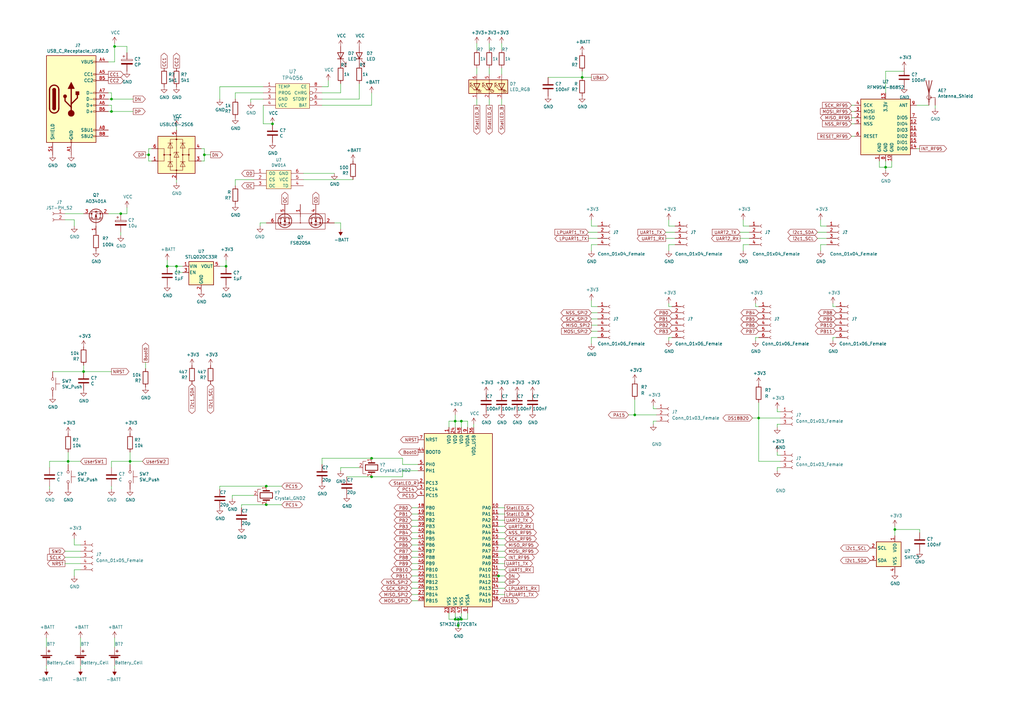
<source format=kicad_sch>
(kicad_sch (version 20210621) (generator eeschema)
  (paper "A3")
  (junction (at 27.94 189.23) (diameter 0.9144))
  (junction (at 34.29 152.4) (diameter 0.9144))
  (junction (at 45.72 40.64) (diameter 0.9144))
  (junction (at 45.72 45.72) (diameter 0.9144))
  (junction (at 46.99 19.05) (diameter 0.9144))
  (junction (at 49.53 87.63) (diameter 0.9144))
  (junction (at 53.34 189.23) (diameter 0.9144))
  (junction (at 60.96 63.5) (diameter 0.9144))
  (junction (at 68.58 109.22) (diameter 0.9144))
  (junction (at 72.39 109.22) (diameter 0.9144))
  (junction (at 83.82 63.5) (diameter 0.9144))
  (junction (at 92.71 109.22) (diameter 0.9144))
  (junction (at 109.22 199.39) (diameter 0.9144))
  (junction (at 109.22 207.01) (diameter 0.9144))
  (junction (at 111.76 50.8) (diameter 0.9144))
  (junction (at 152.4 187.96) (diameter 0.9144))
  (junction (at 152.4 195.58) (diameter 0.9144))
  (junction (at 186.69 172.72) (diameter 0.9144))
  (junction (at 186.69 254) (diameter 0.9144))
  (junction (at 187.96 254) (diameter 0.9144))
  (junction (at 187.96 256.54) (diameter 0.9144))
  (junction (at 189.23 172.72) (diameter 0.9144))
  (junction (at 189.23 254) (diameter 0.9144))
  (junction (at 204.47 236.22) (diameter 0.9144))
  (junction (at 238.76 31.75) (diameter 0.9144))
  (junction (at 260.35 170.18) (diameter 0.9144))
  (junction (at 311.15 171.45) (diameter 0.9144))
  (junction (at 363.22 68.58) (diameter 0.9144))
  (junction (at 367.03 217.17) (diameter 0.9144))
  (wire (pts (xy 19.05 261.62) (xy 19.05 265.43)))
  (wire (pts (xy 19.05 273.05) (xy 19.05 274.32)))
  (wire (pts (xy 20.32 189.23) (xy 27.94 189.23)))
  (wire (pts (xy 20.32 191.77) (xy 20.32 189.23)))
  (wire (pts (xy 20.32 200.66) (xy 20.32 199.39)))
  (wire (pts (xy 21.59 152.4) (xy 34.29 152.4)))
  (wire (pts (xy 26.67 87.63) (xy 34.29 87.63)))
  (wire (pts (xy 26.67 90.17) (xy 30.48 90.17)))
  (wire (pts (xy 26.67 226.06) (xy 33.02 226.06)))
  (wire (pts (xy 26.67 228.6) (xy 33.02 228.6)))
  (wire (pts (xy 26.67 231.14) (xy 33.02 231.14)))
  (wire (pts (xy 27.94 185.42) (xy 27.94 189.23)))
  (wire (pts (xy 27.94 189.23) (xy 27.94 190.5)))
  (wire (pts (xy 27.94 189.23) (xy 33.02 189.23)))
  (wire (pts (xy 30.48 90.17) (xy 30.48 92.71)))
  (wire (pts (xy 30.48 220.98) (xy 30.48 223.52)))
  (wire (pts (xy 30.48 223.52) (xy 33.02 223.52)))
  (wire (pts (xy 30.48 233.68) (xy 33.02 233.68)))
  (wire (pts (xy 30.48 236.22) (xy 30.48 233.68)))
  (wire (pts (xy 33.02 261.62) (xy 33.02 265.43)))
  (wire (pts (xy 33.02 273.05) (xy 33.02 274.32)))
  (wire (pts (xy 34.29 149.86) (xy 34.29 152.4)))
  (wire (pts (xy 34.29 152.4) (xy 45.72 152.4)))
  (wire (pts (xy 44.45 43.18) (xy 45.72 43.18)))
  (wire (pts (xy 44.45 87.63) (xy 49.53 87.63)))
  (wire (pts (xy 45.72 38.1) (xy 44.45 38.1)))
  (wire (pts (xy 45.72 40.64) (xy 44.45 40.64)))
  (wire (pts (xy 45.72 40.64) (xy 45.72 38.1)))
  (wire (pts (xy 45.72 40.64) (xy 54.61 40.64)))
  (wire (pts (xy 45.72 43.18) (xy 45.72 45.72)))
  (wire (pts (xy 45.72 45.72) (xy 44.45 45.72)))
  (wire (pts (xy 45.72 45.72) (xy 54.61 45.72)))
  (wire (pts (xy 45.72 189.23) (xy 53.34 189.23)))
  (wire (pts (xy 45.72 191.77) (xy 45.72 189.23)))
  (wire (pts (xy 45.72 200.66) (xy 45.72 199.39)))
  (wire (pts (xy 46.99 17.78) (xy 46.99 19.05)))
  (wire (pts (xy 46.99 19.05) (xy 46.99 25.4)))
  (wire (pts (xy 46.99 25.4) (xy 44.45 25.4)))
  (wire (pts (xy 46.99 261.62) (xy 46.99 265.43)))
  (wire (pts (xy 46.99 273.05) (xy 46.99 274.32)))
  (wire (pts (xy 49.53 95.25) (xy 49.53 96.52)))
  (wire (pts (xy 52.07 19.05) (xy 46.99 19.05)))
  (wire (pts (xy 52.07 21.59) (xy 52.07 19.05)))
  (wire (pts (xy 52.07 85.09) (xy 52.07 87.63)))
  (wire (pts (xy 52.07 87.63) (xy 49.53 87.63)))
  (wire (pts (xy 53.34 185.42) (xy 53.34 189.23)))
  (wire (pts (xy 53.34 189.23) (xy 53.34 190.5)))
  (wire (pts (xy 53.34 189.23) (xy 58.42 189.23)))
  (wire (pts (xy 59.69 63.5) (xy 60.96 63.5)))
  (wire (pts (xy 59.69 148.59) (xy 59.69 151.13)))
  (wire (pts (xy 60.96 60.96) (xy 60.96 63.5)))
  (wire (pts (xy 60.96 63.5) (xy 60.96 66.04)))
  (wire (pts (xy 60.96 66.04) (xy 62.23 66.04)))
  (wire (pts (xy 62.23 60.96) (xy 60.96 60.96)))
  (wire (pts (xy 68.58 106.68) (xy 68.58 109.22)))
  (wire (pts (xy 68.58 109.22) (xy 72.39 109.22)))
  (wire (pts (xy 72.39 52.07) (xy 72.39 53.34)))
  (wire (pts (xy 72.39 73.66) (xy 72.39 74.93)))
  (wire (pts (xy 72.39 109.22) (xy 74.93 109.22)))
  (wire (pts (xy 72.39 111.76) (xy 72.39 109.22)))
  (wire (pts (xy 74.93 111.76) (xy 72.39 111.76)))
  (wire (pts (xy 82.55 60.96) (xy 83.82 60.96)))
  (wire (pts (xy 83.82 60.96) (xy 83.82 63.5)))
  (wire (pts (xy 83.82 63.5) (xy 83.82 66.04)))
  (wire (pts (xy 83.82 66.04) (xy 82.55 66.04)))
  (wire (pts (xy 86.36 63.5) (xy 83.82 63.5)))
  (wire (pts (xy 90.17 35.56) (xy 107.95 35.56)))
  (wire (pts (xy 90.17 40.64) (xy 90.17 35.56)))
  (wire (pts (xy 90.17 109.22) (xy 92.71 109.22)))
  (wire (pts (xy 90.17 199.39) (xy 109.22 199.39)))
  (wire (pts (xy 90.17 200.66) (xy 90.17 199.39)))
  (wire (pts (xy 92.71 109.22) (xy 92.71 106.68)))
  (wire (pts (xy 95.25 203.2) (xy 104.14 203.2)))
  (wire (pts (xy 95.25 204.47) (xy 95.25 203.2)))
  (wire (pts (xy 96.52 38.1) (xy 96.52 40.64)))
  (wire (pts (xy 96.52 73.66) (xy 104.14 73.66)))
  (wire (pts (xy 96.52 76.2) (xy 96.52 73.66)))
  (wire (pts (xy 99.06 207.01) (xy 109.22 207.01)))
  (wire (pts (xy 99.06 208.28) (xy 99.06 207.01)))
  (wire (pts (xy 102.87 40.64) (xy 102.87 41.91)))
  (wire (pts (xy 106.68 91.44) (xy 106.68 92.71)))
  (wire (pts (xy 107.95 38.1) (xy 96.52 38.1)))
  (wire (pts (xy 107.95 40.64) (xy 102.87 40.64)))
  (wire (pts (xy 107.95 43.18) (xy 107.95 50.8)))
  (wire (pts (xy 107.95 50.8) (xy 111.76 50.8)))
  (wire (pts (xy 109.22 91.44) (xy 106.68 91.44)))
  (wire (pts (xy 109.22 199.39) (xy 115.57 199.39)))
  (wire (pts (xy 115.57 207.01) (xy 109.22 207.01)))
  (wire (pts (xy 124.46 71.12) (xy 137.16 71.12)))
  (wire (pts (xy 132.08 187.96) (xy 152.4 187.96)))
  (wire (pts (xy 132.08 190.5) (xy 132.08 187.96)))
  (wire (pts (xy 134.62 33.02) (xy 134.62 35.56)))
  (wire (pts (xy 134.62 35.56) (xy 132.08 35.56)))
  (wire (pts (xy 137.16 91.44) (xy 139.7 91.44)))
  (wire (pts (xy 139.7 34.29) (xy 139.7 38.1)))
  (wire (pts (xy 139.7 38.1) (xy 132.08 38.1)))
  (wire (pts (xy 139.7 91.44) (xy 139.7 93.98)))
  (wire (pts (xy 139.7 191.77) (xy 147.32 191.77)))
  (wire (pts (xy 139.7 193.04) (xy 139.7 191.77)))
  (wire (pts (xy 142.24 195.58) (xy 152.4 195.58)))
  (wire (pts (xy 144.78 73.66) (xy 124.46 73.66)))
  (wire (pts (xy 147.32 34.29) (xy 147.32 40.64)))
  (wire (pts (xy 147.32 40.64) (xy 132.08 40.64)))
  (wire (pts (xy 152.4 38.1) (xy 152.4 43.18)))
  (wire (pts (xy 152.4 43.18) (xy 132.08 43.18)))
  (wire (pts (xy 152.4 187.96) (xy 165.1 187.96)))
  (wire (pts (xy 165.1 187.96) (xy 165.1 190.5)))
  (wire (pts (xy 165.1 190.5) (xy 171.45 190.5)))
  (wire (pts (xy 165.1 193.04) (xy 165.1 195.58)))
  (wire (pts (xy 165.1 193.04) (xy 171.45 193.04)))
  (wire (pts (xy 165.1 195.58) (xy 152.4 195.58)))
  (wire (pts (xy 168.91 208.28) (xy 171.45 208.28)))
  (wire (pts (xy 168.91 210.82) (xy 171.45 210.82)))
  (wire (pts (xy 168.91 213.36) (xy 171.45 213.36)))
  (wire (pts (xy 168.91 215.9) (xy 171.45 215.9)))
  (wire (pts (xy 168.91 218.44) (xy 171.45 218.44)))
  (wire (pts (xy 168.91 220.98) (xy 171.45 220.98)))
  (wire (pts (xy 168.91 223.52) (xy 171.45 223.52)))
  (wire (pts (xy 168.91 226.06) (xy 171.45 226.06)))
  (wire (pts (xy 168.91 228.6) (xy 171.45 228.6)))
  (wire (pts (xy 168.91 231.14) (xy 171.45 231.14)))
  (wire (pts (xy 168.91 233.68) (xy 171.45 233.68)))
  (wire (pts (xy 168.91 236.22) (xy 171.45 236.22)))
  (wire (pts (xy 168.91 238.76) (xy 171.45 238.76)))
  (wire (pts (xy 168.91 241.3) (xy 171.45 241.3)))
  (wire (pts (xy 168.91 243.84) (xy 171.45 243.84)))
  (wire (pts (xy 168.91 246.38) (xy 171.45 246.38)))
  (wire (pts (xy 184.15 172.72) (xy 184.15 175.26)))
  (wire (pts (xy 184.15 251.46) (xy 184.15 254)))
  (wire (pts (xy 184.15 254) (xy 186.69 254)))
  (wire (pts (xy 186.69 170.18) (xy 186.69 172.72)))
  (wire (pts (xy 186.69 172.72) (xy 184.15 172.72)))
  (wire (pts (xy 186.69 172.72) (xy 186.69 175.26)))
  (wire (pts (xy 186.69 251.46) (xy 186.69 254)))
  (wire (pts (xy 186.69 254) (xy 187.96 254)))
  (wire (pts (xy 187.96 254) (xy 189.23 254)))
  (wire (pts (xy 187.96 256.54) (xy 187.96 254)))
  (wire (pts (xy 187.96 257.81) (xy 187.96 256.54)))
  (wire (pts (xy 189.23 172.72) (xy 186.69 172.72)))
  (wire (pts (xy 189.23 172.72) (xy 191.77 172.72)))
  (wire (pts (xy 189.23 175.26) (xy 189.23 172.72)))
  (wire (pts (xy 189.23 251.46) (xy 189.23 254)))
  (wire (pts (xy 189.23 254) (xy 191.77 254)))
  (wire (pts (xy 191.77 172.72) (xy 191.77 175.26)))
  (wire (pts (xy 191.77 254) (xy 191.77 251.46)))
  (wire (pts (xy 194.31 173.99) (xy 194.31 175.26)))
  (wire (pts (xy 195.58 17.78) (xy 195.58 20.32)))
  (wire (pts (xy 195.58 27.94) (xy 195.58 30.48)))
  (wire (pts (xy 195.58 43.18) (xy 195.58 40.64)))
  (wire (pts (xy 200.66 17.78) (xy 200.66 20.32)))
  (wire (pts (xy 200.66 27.94) (xy 200.66 30.48)))
  (wire (pts (xy 200.66 43.18) (xy 200.66 40.64)))
  (wire (pts (xy 201.93 236.22) (xy 204.47 236.22)))
  (wire (pts (xy 204.47 213.36) (xy 207.01 213.36)))
  (wire (pts (xy 204.47 215.9) (xy 207.01 215.9)))
  (wire (pts (xy 204.47 220.98) (xy 207.01 220.98)))
  (wire (pts (xy 204.47 223.52) (xy 207.01 223.52)))
  (wire (pts (xy 204.47 226.06) (xy 207.01 226.06)))
  (wire (pts (xy 204.47 236.22) (xy 207.01 236.22)))
  (wire (pts (xy 204.47 238.76) (xy 207.01 238.76)))
  (wire (pts (xy 205.74 17.78) (xy 205.74 20.32)))
  (wire (pts (xy 205.74 27.94) (xy 205.74 30.48)))
  (wire (pts (xy 205.74 43.18) (xy 205.74 40.64)))
  (wire (pts (xy 207.01 208.28) (xy 204.47 208.28)))
  (wire (pts (xy 207.01 210.82) (xy 204.47 210.82)))
  (wire (pts (xy 207.01 218.44) (xy 204.47 218.44)))
  (wire (pts (xy 207.01 228.6) (xy 204.47 228.6)))
  (wire (pts (xy 207.01 231.14) (xy 204.47 231.14)))
  (wire (pts (xy 207.01 233.68) (xy 204.47 233.68)))
  (wire (pts (xy 207.01 241.3) (xy 204.47 241.3)))
  (wire (pts (xy 207.01 243.84) (xy 204.47 243.84)))
  (wire (pts (xy 224.79 31.75) (xy 238.76 31.75)))
  (wire (pts (xy 238.76 29.21) (xy 238.76 31.75)))
  (wire (pts (xy 241.3 95.25) (xy 245.11 95.25)))
  (wire (pts (xy 241.3 97.79) (xy 245.11 97.79)))
  (wire (pts (xy 242.57 31.75) (xy 238.76 31.75)))
  (wire (pts (xy 242.57 90.17) (xy 242.57 92.71)))
  (wire (pts (xy 242.57 92.71) (xy 245.11 92.71)))
  (wire (pts (xy 242.57 100.33) (xy 242.57 102.87)))
  (wire (pts (xy 242.57 123.19) (xy 242.57 125.73)))
  (wire (pts (xy 242.57 125.73) (xy 245.11 125.73)))
  (wire (pts (xy 242.57 128.27) (xy 245.11 128.27)))
  (wire (pts (xy 242.57 130.81) (xy 245.11 130.81)))
  (wire (pts (xy 242.57 133.35) (xy 245.11 133.35)))
  (wire (pts (xy 242.57 135.89) (xy 245.11 135.89)))
  (wire (pts (xy 242.57 138.43) (xy 242.57 140.97)))
  (wire (pts (xy 245.11 100.33) (xy 242.57 100.33)))
  (wire (pts (xy 245.11 138.43) (xy 242.57 138.43)))
  (wire (pts (xy 257.81 170.18) (xy 260.35 170.18)))
  (wire (pts (xy 260.35 163.83) (xy 260.35 170.18)))
  (wire (pts (xy 267.97 166.37) (xy 267.97 167.64)))
  (wire (pts (xy 267.97 167.64) (xy 269.24 167.64)))
  (wire (pts (xy 267.97 172.72) (xy 267.97 173.99)))
  (wire (pts (xy 269.24 170.18) (xy 260.35 170.18)))
  (wire (pts (xy 269.24 172.72) (xy 267.97 172.72)))
  (wire (pts (xy 273.05 95.25) (xy 276.86 95.25)))
  (wire (pts (xy 273.05 97.79) (xy 276.86 97.79)))
  (wire (pts (xy 274.32 90.17) (xy 274.32 92.71)))
  (wire (pts (xy 274.32 92.71) (xy 276.86 92.71)))
  (wire (pts (xy 274.32 100.33) (xy 274.32 102.87)))
  (wire (pts (xy 274.32 124.46) (xy 274.32 125.73)))
  (wire (pts (xy 274.32 125.73) (xy 275.59 125.73)))
  (wire (pts (xy 274.32 138.43) (xy 275.59 138.43)))
  (wire (pts (xy 274.32 139.7) (xy 274.32 138.43)))
  (wire (pts (xy 276.86 100.33) (xy 274.32 100.33)))
  (wire (pts (xy 303.53 95.25) (xy 307.34 95.25)))
  (wire (pts (xy 303.53 97.79) (xy 307.34 97.79)))
  (wire (pts (xy 304.8 90.17) (xy 304.8 92.71)))
  (wire (pts (xy 304.8 92.71) (xy 307.34 92.71)))
  (wire (pts (xy 304.8 100.33) (xy 304.8 102.87)))
  (wire (pts (xy 307.34 100.33) (xy 304.8 100.33)))
  (wire (pts (xy 308.61 171.45) (xy 311.15 171.45)))
  (wire (pts (xy 309.88 124.46) (xy 309.88 125.73)))
  (wire (pts (xy 309.88 125.73) (xy 311.15 125.73)))
  (wire (pts (xy 309.88 138.43) (xy 311.15 138.43)))
  (wire (pts (xy 309.88 139.7) (xy 309.88 138.43)))
  (wire (pts (xy 311.15 165.1) (xy 311.15 171.45)))
  (wire (pts (xy 311.15 189.23) (xy 311.15 171.45)))
  (wire (pts (xy 318.77 167.64) (xy 318.77 168.91)))
  (wire (pts (xy 318.77 168.91) (xy 320.04 168.91)))
  (wire (pts (xy 318.77 173.99) (xy 318.77 175.26)))
  (wire (pts (xy 318.77 185.42) (xy 318.77 186.69)))
  (wire (pts (xy 318.77 186.69) (xy 320.04 186.69)))
  (wire (pts (xy 318.77 191.77) (xy 318.77 193.04)))
  (wire (pts (xy 320.04 171.45) (xy 311.15 171.45)))
  (wire (pts (xy 320.04 173.99) (xy 318.77 173.99)))
  (wire (pts (xy 320.04 189.23) (xy 311.15 189.23)))
  (wire (pts (xy 320.04 191.77) (xy 318.77 191.77)))
  (wire (pts (xy 335.28 95.25) (xy 339.09 95.25)))
  (wire (pts (xy 335.28 97.79) (xy 339.09 97.79)))
  (wire (pts (xy 336.55 90.17) (xy 336.55 92.71)))
  (wire (pts (xy 336.55 92.71) (xy 339.09 92.71)))
  (wire (pts (xy 336.55 100.33) (xy 336.55 102.87)))
  (wire (pts (xy 339.09 100.33) (xy 336.55 100.33)))
  (wire (pts (xy 341.63 124.46) (xy 341.63 125.73)))
  (wire (pts (xy 341.63 125.73) (xy 342.9 125.73)))
  (wire (pts (xy 341.63 138.43) (xy 341.63 139.7)))
  (wire (pts (xy 342.9 138.43) (xy 341.63 138.43)))
  (wire (pts (xy 349.25 43.18) (xy 350.52 43.18)))
  (wire (pts (xy 349.25 45.72) (xy 350.52 45.72)))
  (wire (pts (xy 349.25 48.26) (xy 350.52 48.26)))
  (wire (pts (xy 349.25 50.8) (xy 350.52 50.8)))
  (wire (pts (xy 349.25 55.88) (xy 350.52 55.88)))
  (wire (pts (xy 360.68 66.04) (xy 360.68 68.58)))
  (wire (pts (xy 360.68 68.58) (xy 363.22 68.58)))
  (wire (pts (xy 363.22 29.21) (xy 363.22 38.1)))
  (wire (pts (xy 363.22 66.04) (xy 363.22 68.58)))
  (wire (pts (xy 363.22 68.58) (xy 365.76 68.58)))
  (wire (pts (xy 363.22 69.85) (xy 363.22 68.58)))
  (wire (pts (xy 365.76 68.58) (xy 365.76 66.04)))
  (wire (pts (xy 367.03 215.9) (xy 367.03 217.17)))
  (wire (pts (xy 367.03 217.17) (xy 367.03 219.71)))
  (wire (pts (xy 367.03 217.17) (xy 377.19 217.17)))
  (wire (pts (xy 370.84 29.21) (xy 363.22 29.21)))
  (wire (pts (xy 375.92 60.96) (xy 377.19 60.96)))
  (wire (pts (xy 377.19 218.44) (xy 377.19 217.17)))
  (wire (pts (xy 381 43.18) (xy 375.92 43.18)))
  (wire (pts (xy 383.54 43.18) (xy 383.54 44.45)))
  (global_label "SWD" (shape input) (at 26.67 226.06 180) (property "Intersheet References" "${INTERSHEET_REFS}" (effects hide)))
  (global_label "SCLK" (shape input) (at 26.67 228.6 180) (property "Intersheet References" "${INTERSHEET_REFS}" (effects hide)))
  (global_label "NRST" (shape output) (at 26.67 231.14 180) (property "Intersheet References" "${INTERSHEET_REFS}" (effects hide)))
  (global_label "UserSW1" (shape input) (at 33.02 189.23 0) (property "Intersheet References" "${INTERSHEET_REFS}" (effects hide)))
  (global_label "CC1" (shape output) (at 44.45 30.48 0) (property "Intersheet References" "${INTERSHEET_REFS}" (effects hide)))
  (global_label "CC2" (shape output) (at 44.45 33.02 0) (property "Intersheet References" "${INTERSHEET_REFS}" (effects hide)))
  (global_label "NRST" (shape output) (at 45.72 152.4 0) (property "Intersheet References" "${INTERSHEET_REFS}" (effects hide)))
  (global_label "DN" (shape output) (at 54.61 40.64 0) (property "Intersheet References" "${INTERSHEET_REFS}" (effects hide)))
  (global_label "DP" (shape output) (at 54.61 45.72 0) (property "Intersheet References" "${INTERSHEET_REFS}" (effects hide)))
  (global_label "UserSW2" (shape input) (at 58.42 189.23 0) (property "Intersheet References" "${INTERSHEET_REFS}" (effects hide)))
  (global_label "DP" (shape output) (at 59.69 63.5 180) (property "Intersheet References" "${INTERSHEET_REFS}" (effects hide)))
  (global_label "Boot0" (shape output) (at 59.69 148.59 90) (property "Intersheet References" "${INTERSHEET_REFS}" (effects hide)))
  (global_label "CC1" (shape output) (at 67.31 27.94 90) (property "Intersheet References" "${INTERSHEET_REFS}" (effects hide)))
  (global_label "CC2" (shape output) (at 72.39 27.94 90) (property "Intersheet References" "${INTERSHEET_REFS}" (effects hide)))
  (global_label "i2c1_SDA" (shape bidirectional) (at 78.74 157.48 270) (property "Intersheet References" "${INTERSHEET_REFS}" (effects hide)))
  (global_label "DN" (shape output) (at 86.36 63.5 0) (property "Intersheet References" "${INTERSHEET_REFS}" (effects hide)))
  (global_label "i2c1_SCL" (shape bidirectional) (at 86.36 157.48 270) (property "Intersheet References" "${INTERSHEET_REFS}" (effects hide)))
  (global_label "OD" (shape output) (at 104.14 71.12 180) (property "Intersheet References" "${INTERSHEET_REFS}" (effects hide)))
  (global_label "OC" (shape output) (at 104.14 76.2 180) (property "Intersheet References" "${INTERSHEET_REFS}" (effects hide)))
  (global_label "PC15" (shape bidirectional) (at 115.57 199.39 0) (property "Intersheet References" "${INTERSHEET_REFS}" (effects hide)))
  (global_label "PC14" (shape bidirectional) (at 115.57 207.01 0) (property "Intersheet References" "${INTERSHEET_REFS}" (effects hide)))
  (global_label "OC" (shape output) (at 116.84 83.82 90) (property "Intersheet References" "${INTERSHEET_REFS}" (effects hide)))
  (global_label "OD" (shape output) (at 129.54 83.82 90) (property "Intersheet References" "${INTERSHEET_REFS}" (effects hide)))
  (global_label "PB0" (shape bidirectional) (at 168.91 208.28 180) (property "Intersheet References" "${INTERSHEET_REFS}" (effects hide)))
  (global_label "PB1" (shape bidirectional) (at 168.91 210.82 180) (property "Intersheet References" "${INTERSHEET_REFS}" (effects hide)))
  (global_label "PB2" (shape bidirectional) (at 168.91 213.36 180) (property "Intersheet References" "${INTERSHEET_REFS}" (effects hide)))
  (global_label "PB3" (shape bidirectional) (at 168.91 215.9 180) (property "Intersheet References" "${INTERSHEET_REFS}" (effects hide)))
  (global_label "PB4" (shape bidirectional) (at 168.91 218.44 180) (property "Intersheet References" "${INTERSHEET_REFS}" (effects hide)))
  (global_label "PB5" (shape bidirectional) (at 168.91 220.98 180) (property "Intersheet References" "${INTERSHEET_REFS}" (effects hide)))
  (global_label "PB6" (shape bidirectional) (at 168.91 223.52 180) (property "Intersheet References" "${INTERSHEET_REFS}" (effects hide)))
  (global_label "PB7" (shape bidirectional) (at 168.91 226.06 180) (property "Intersheet References" "${INTERSHEET_REFS}" (effects hide)))
  (global_label "PB8" (shape bidirectional) (at 168.91 228.6 180) (property "Intersheet References" "${INTERSHEET_REFS}" (effects hide)))
  (global_label "PB9" (shape bidirectional) (at 168.91 231.14 180) (property "Intersheet References" "${INTERSHEET_REFS}" (effects hide)))
  (global_label "PB10" (shape bidirectional) (at 168.91 233.68 180) (property "Intersheet References" "${INTERSHEET_REFS}" (effects hide)))
  (global_label "PB11" (shape bidirectional) (at 168.91 236.22 180) (property "Intersheet References" "${INTERSHEET_REFS}" (effects hide)))
  (global_label "NSS_SPI2" (shape bidirectional) (at 168.91 238.76 180) (property "Intersheet References" "${INTERSHEET_REFS}" (effects hide)))
  (global_label "SCK_SPI2" (shape bidirectional) (at 168.91 241.3 180) (property "Intersheet References" "${INTERSHEET_REFS}" (effects hide)))
  (global_label "MISO_SPI2" (shape bidirectional) (at 168.91 243.84 180) (property "Intersheet References" "${INTERSHEET_REFS}" (effects hide)))
  (global_label "MOSI_SPI2" (shape bidirectional) (at 168.91 246.38 180) (property "Intersheet References" "${INTERSHEET_REFS}" (effects hide)))
  (global_label "NRST" (shape output) (at 171.45 180.34 180) (property "Intersheet References" "${INTERSHEET_REFS}" (effects hide)))
  (global_label "Boot0" (shape output) (at 171.45 185.42 180) (property "Intersheet References" "${INTERSHEET_REFS}" (effects hide)))
  (global_label "StatLED_R" (shape output) (at 171.45 198.12 180) (property "Intersheet References" "${INTERSHEET_REFS}" (effects hide)))
  (global_label "PC14" (shape bidirectional) (at 171.45 200.66 180) (property "Intersheet References" "${INTERSHEET_REFS}" (effects hide)))
  (global_label "PC15" (shape bidirectional) (at 171.45 203.2 180) (property "Intersheet References" "${INTERSHEET_REFS}" (effects hide)))
  (global_label "StatLED_R" (shape output) (at 195.58 43.18 270) (property "Intersheet References" "${INTERSHEET_REFS}" (effects hide)))
  (global_label "StatLED_G" (shape output) (at 200.66 43.18 270) (property "Intersheet References" "${INTERSHEET_REFS}" (effects hide)))
  (global_label "PA15" (shape bidirectional) (at 204.47 246.38 0) (property "Intersheet References" "${INTERSHEET_REFS}" (effects hide)))
  (global_label "StatLED_B" (shape output) (at 205.74 43.18 270) (property "Intersheet References" "${INTERSHEET_REFS}" (effects hide)))
  (global_label "StatLED_G" (shape output) (at 207.01 208.28 0) (property "Intersheet References" "${INTERSHEET_REFS}" (effects hide)))
  (global_label "StatLED_B" (shape output) (at 207.01 210.82 0) (property "Intersheet References" "${INTERSHEET_REFS}" (effects hide)))
  (global_label "UART2_TX" (shape output) (at 207.01 213.36 0) (property "Intersheet References" "${INTERSHEET_REFS}" (effects hide)))
  (global_label "UART2_RX" (shape input) (at 207.01 215.9 0) (property "Intersheet References" "${INTERSHEET_REFS}" (effects hide)))
  (global_label "NSS_RF95" (shape bidirectional) (at 207.01 218.44 0) (property "Intersheet References" "${INTERSHEET_REFS}" (effects hide)))
  (global_label "SCK_RF95" (shape bidirectional) (at 207.01 220.98 0) (property "Intersheet References" "${INTERSHEET_REFS}" (effects hide)))
  (global_label "MISO_RF95" (shape bidirectional) (at 207.01 223.52 0) (property "Intersheet References" "${INTERSHEET_REFS}" (effects hide)))
  (global_label "MOSI_RF95" (shape bidirectional) (at 207.01 226.06 0) (property "Intersheet References" "${INTERSHEET_REFS}" (effects hide)))
  (global_label "INT_RF95" (shape bidirectional) (at 207.01 228.6 0) (property "Intersheet References" "${INTERSHEET_REFS}" (effects hide)))
  (global_label "UART1_TX" (shape output) (at 207.01 231.14 0) (property "Intersheet References" "${INTERSHEET_REFS}" (effects hide)))
  (global_label "UART1_RX" (shape input) (at 207.01 233.68 0) (property "Intersheet References" "${INTERSHEET_REFS}" (effects hide)))
  (global_label "DN" (shape bidirectional) (at 207.01 236.22 0) (property "Intersheet References" "${INTERSHEET_REFS}" (effects hide)))
  (global_label "DP" (shape bidirectional) (at 207.01 238.76 0) (property "Intersheet References" "${INTERSHEET_REFS}" (effects hide)))
  (global_label "LPUART1_RX" (shape input) (at 207.01 241.3 0) (property "Intersheet References" "${INTERSHEET_REFS}" (effects hide)))
  (global_label "LPUART1_TX" (shape output) (at 207.01 243.84 0) (property "Intersheet References" "${INTERSHEET_REFS}" (effects hide)))
  (global_label "LPUART1_TX" (shape input) (at 241.3 95.25 180) (property "Intersheet References" "${INTERSHEET_REFS}" (effects hide)))
  (global_label "LPUART1_TX" (shape output) (at 241.3 97.79 180) (property "Intersheet References" "${INTERSHEET_REFS}" (effects hide)))
  (global_label "UBat" (shape output) (at 242.57 31.75 0) (property "Intersheet References" "${INTERSHEET_REFS}" (effects hide)))
  (global_label "NSS_SPI2" (shape bidirectional) (at 242.57 128.27 180) (property "Intersheet References" "${INTERSHEET_REFS}" (effects hide)))
  (global_label "SCK_SPI2" (shape bidirectional) (at 242.57 130.81 180) (property "Intersheet References" "${INTERSHEET_REFS}" (effects hide)))
  (global_label "MISO_SPI2" (shape output) (at 242.57 133.35 180) (property "Intersheet References" "${INTERSHEET_REFS}" (effects hide)))
  (global_label "MOSI_SPI2" (shape input) (at 242.57 135.89 180) (property "Intersheet References" "${INTERSHEET_REFS}" (effects hide)))
  (global_label "PA15" (shape bidirectional) (at 257.81 170.18 180) (property "Intersheet References" "${INTERSHEET_REFS}" (effects hide)))
  (global_label "UART1_TX" (shape input) (at 273.05 95.25 180) (property "Intersheet References" "${INTERSHEET_REFS}" (effects hide)))
  (global_label "UART1_RX" (shape output) (at 273.05 97.79 180) (property "Intersheet References" "${INTERSHEET_REFS}" (effects hide)))
  (global_label "PB0" (shape bidirectional) (at 275.59 128.27 180) (property "Intersheet References" "${INTERSHEET_REFS}" (effects hide)))
  (global_label "PB1" (shape bidirectional) (at 275.59 130.81 180) (property "Intersheet References" "${INTERSHEET_REFS}" (effects hide)))
  (global_label "PB2" (shape bidirectional) (at 275.59 133.35 180) (property "Intersheet References" "${INTERSHEET_REFS}" (effects hide)))
  (global_label "PB3" (shape bidirectional) (at 275.59 135.89 180) (property "Intersheet References" "${INTERSHEET_REFS}" (effects hide)))
  (global_label "UART2_TX" (shape input) (at 303.53 95.25 180) (property "Intersheet References" "${INTERSHEET_REFS}" (effects hide)))
  (global_label "UART2_RX" (shape output) (at 303.53 97.79 180) (property "Intersheet References" "${INTERSHEET_REFS}" (effects hide)))
  (global_label "DS18B20" (shape bidirectional) (at 308.61 171.45 180) (property "Intersheet References" "${INTERSHEET_REFS}" (effects hide)))
  (global_label "PB4" (shape bidirectional) (at 311.15 128.27 180) (property "Intersheet References" "${INTERSHEET_REFS}" (effects hide)))
  (global_label "PB5" (shape bidirectional) (at 311.15 130.81 180) (property "Intersheet References" "${INTERSHEET_REFS}" (effects hide)))
  (global_label "PB6" (shape bidirectional) (at 311.15 133.35 180) (property "Intersheet References" "${INTERSHEET_REFS}" (effects hide)))
  (global_label "PB7" (shape bidirectional) (at 311.15 135.89 180) (property "Intersheet References" "${INTERSHEET_REFS}" (effects hide)))
  (global_label "i2c1_SDA" (shape bidirectional) (at 335.28 95.25 180) (property "Intersheet References" "${INTERSHEET_REFS}" (effects hide)))
  (global_label "i2c1_SCL" (shape bidirectional) (at 335.28 97.79 180) (property "Intersheet References" "${INTERSHEET_REFS}" (effects hide)))
  (global_label "PB8" (shape bidirectional) (at 342.9 128.27 180) (property "Intersheet References" "${INTERSHEET_REFS}" (effects hide)))
  (global_label "PB9" (shape bidirectional) (at 342.9 130.81 180) (property "Intersheet References" "${INTERSHEET_REFS}" (effects hide)))
  (global_label "PB10" (shape bidirectional) (at 342.9 133.35 180) (property "Intersheet References" "${INTERSHEET_REFS}" (effects hide)))
  (global_label "PB11" (shape bidirectional) (at 342.9 135.89 180) (property "Intersheet References" "${INTERSHEET_REFS}" (effects hide)))
  (global_label "SCK_RF95" (shape input) (at 349.25 43.18 180) (property "Intersheet References" "${INTERSHEET_REFS}" (effects hide)))
  (global_label "MOSI_RF95" (shape input) (at 349.25 45.72 180) (property "Intersheet References" "${INTERSHEET_REFS}" (effects hide)))
  (global_label "MISO_RF95" (shape output) (at 349.25 48.26 180) (property "Intersheet References" "${INTERSHEET_REFS}" (effects hide)))
  (global_label "NSS_RF95" (shape input) (at 349.25 50.8 180) (property "Intersheet References" "${INTERSHEET_REFS}" (effects hide)))
  (global_label "RESET_RF95" (shape input) (at 349.25 55.88 180) (property "Intersheet References" "${INTERSHEET_REFS}" (effects hide)))
  (global_label "i2c1_SCL" (shape bidirectional) (at 356.87 224.79 180) (property "Intersheet References" "${INTERSHEET_REFS}" (effects hide)))
  (global_label "i2c1_SDA" (shape bidirectional) (at 356.87 229.87 180) (property "Intersheet References" "${INTERSHEET_REFS}" (effects hide)))
  (global_label "INT_RF95" (shape output) (at 377.19 60.96 0) (property "Intersheet References" "${INTERSHEET_REFS}" (effects hide)))
  (symbol (lib_id "power:+BATT") (at 19.05 261.62 0) (unit 1)
    (property "Reference" "#PWR?" (effects hide))
    (property "Value" "+BATT" (at 19.431 257.2258 0))
  )
  (symbol (lib_id "power:-BATT") (at 19.05 274.32 180) (unit 1)
    (property "Reference" "#PWR?" (effects hide))
    (property "Value" "-BATT" (at 18.669 278.7142 0))
  )
  (symbol (lib_id "power:+3V3") (at 27.94 177.8 0) (unit 1)
    (property "Reference" "#PWR?" (effects hide))
    (property "Value" "+3V3" (at 28.321 173.4058 0))
  )
  (symbol (lib_id "power:+3V3") (at 30.48 220.98 0) (unit 1)
    (property "Reference" "#PWR?" (effects hide))
    (property "Value" "+3V3" (at 30.861 216.5858 0))
  )
  (symbol (lib_id "power:+BATT") (at 33.02 261.62 0) (unit 1)
    (property "Reference" "#PWR?" (effects hide))
    (property "Value" "+BATT" (at 33.401 257.2258 0))
  )
  (symbol (lib_id "power:-BATT") (at 33.02 274.32 180) (unit 1)
    (property "Reference" "#PWR?" (effects hide))
    (property "Value" "-BATT" (at 32.639 278.7142 0))
  )
  (symbol (lib_id "power:+3V3") (at 34.29 142.24 0) (unit 1)
    (property "Reference" "#PWR?" (effects hide))
    (property "Value" "+3V3" (at 34.671 137.8458 0))
  )
  (symbol (lib_id "power:VCC") (at 46.99 17.78 0) (unit 1)
    (property "Reference" "#PWR?" (effects hide))
    (property "Value" "VCC" (at 47.371 13.3858 0))
  )
  (symbol (lib_id "power:+BATT") (at 46.99 261.62 0) (unit 1)
    (property "Reference" "#PWR?" (effects hide))
    (property "Value" "+BATT" (at 47.371 257.2258 0))
  )
  (symbol (lib_id "power:-BATT") (at 46.99 274.32 180) (unit 1)
    (property "Reference" "#PWR?" (effects hide))
    (property "Value" "-BATT" (at 46.609 278.7142 0))
  )
  (symbol (lib_id "power:VCC") (at 52.07 85.09 0) (unit 1)
    (property "Reference" "#PWR?" (effects hide))
    (property "Value" "VCC" (at 52.451 80.6958 0))
  )
  (symbol (lib_id "power:+3V3") (at 53.34 177.8 0) (unit 1)
    (property "Reference" "#PWR?" (effects hide))
    (property "Value" "+3V3" (at 53.721 173.4058 0))
  )
  (symbol (lib_id "power:+BATT") (at 68.58 106.68 0) (unit 1)
    (property "Reference" "#PWR?" (effects hide))
    (property "Value" "+BATT" (at 68.961 102.2858 0))
  )
  (symbol (lib_id "power:VCC") (at 72.39 52.07 0) (unit 1)
    (property "Reference" "#PWR?" (effects hide))
    (property "Value" "VCC" (at 72.771 47.6758 0))
  )
  (symbol (lib_id "power:+3V3") (at 78.74 149.86 0) (unit 1)
    (property "Reference" "#PWR?" (effects hide))
    (property "Value" "+3V3" (at 79.121 145.4658 0))
  )
  (symbol (lib_id "power:+3V3") (at 86.36 149.86 0) (unit 1)
    (property "Reference" "#PWR?" (effects hide))
    (property "Value" "+3V3" (at 86.741 145.4658 0))
  )
  (symbol (lib_id "power:+3.3V") (at 92.71 106.68 0) (unit 1)
    (property "Reference" "#PWR?" (effects hide))
    (property "Value" "+3.3V" (at 93.091 102.2858 0))
  )
  (symbol (lib_id "power:VCC") (at 111.76 50.8 0) (unit 1)
    (property "Reference" "#PWR?" (effects hide))
    (property "Value" "VCC" (at 112.141 46.4058 0))
  )
  (symbol (lib_id "power:VCC") (at 134.62 33.02 0) (unit 1)
    (property "Reference" "#PWR?" (effects hide))
    (property "Value" "VCC" (at 135.001 28.6258 0))
  )
  (symbol (lib_id "power:VCC") (at 139.7 19.05 0) (unit 1)
    (property "Reference" "#PWR?" (effects hide))
    (property "Value" "VCC" (at 140.081 14.6558 0))
  )
  (symbol (lib_id "power:-BATT") (at 139.7 93.98 0) (mirror x) (unit 1)
    (property "Reference" "#PWR?" (effects hide))
    (property "Value" "-BATT" (at 140.081 98.3742 0))
  )
  (symbol (lib_id "power:+BATT") (at 144.78 66.04 0) (unit 1)
    (property "Reference" "#PWR?" (effects hide))
    (property "Value" "+BATT" (at 145.161 61.6458 0))
  )
  (symbol (lib_id "power:VCC") (at 147.32 19.05 0) (unit 1)
    (property "Reference" "#PWR?" (effects hide))
    (property "Value" "VCC" (at 147.701 14.6558 0))
  )
  (symbol (lib_id "power:+BATT") (at 152.4 38.1 0) (unit 1)
    (property "Reference" "#PWR?" (effects hide))
    (property "Value" "+BATT" (at 152.781 33.7058 0))
  )
  (symbol (lib_id "power:+3V3") (at 186.69 170.18 0) (unit 1)
    (property "Reference" "#PWR?" (effects hide))
    (property "Value" "+3V3" (at 187.071 165.7858 0))
  )
  (symbol (lib_id "power:VCC") (at 194.31 173.99 0) (unit 1)
    (property "Reference" "#PWR?" (effects hide))
    (property "Value" "VCC" (at 194.691 169.5958 0))
  )
  (symbol (lib_id "power:+3V3") (at 195.58 17.78 0) (unit 1)
    (property "Reference" "#PWR?" (effects hide))
    (property "Value" "+3V3" (at 195.961 13.3858 0))
  )
  (symbol (lib_id "power:+3V3") (at 199.39 161.29 0) (unit 1)
    (property "Reference" "#PWR?" (effects hide))
    (property "Value" "+3V3" (at 199.771 156.8958 0))
  )
  (symbol (lib_id "power:+3V3") (at 200.66 17.78 0) (unit 1)
    (property "Reference" "#PWR?" (effects hide))
    (property "Value" "+3V3" (at 201.041 13.3858 0))
  )
  (symbol (lib_id "power:+3V3") (at 205.74 17.78 0) (unit 1)
    (property "Reference" "#PWR?" (effects hide))
    (property "Value" "+3V3" (at 206.121 13.3858 0))
  )
  (symbol (lib_id "power:+3V3") (at 205.74 161.29 0) (unit 1)
    (property "Reference" "#PWR?" (effects hide))
    (property "Value" "+3V3" (at 206.121 156.8958 0))
  )
  (symbol (lib_id "power:+3V3") (at 212.09 161.29 0) (unit 1)
    (property "Reference" "#PWR?" (effects hide))
    (property "Value" "+3V3" (at 212.471 156.8958 0))
  )
  (symbol (lib_id "power:+3V3") (at 218.44 161.29 0) (unit 1)
    (property "Reference" "#PWR?" (effects hide))
    (property "Value" "+3V3" (at 218.821 156.8958 0))
  )
  (symbol (lib_id "power:+BATT") (at 238.76 21.59 0) (unit 1)
    (property "Reference" "#PWR?" (effects hide))
    (property "Value" "+BATT" (at 239.141 17.1958 0))
  )
  (symbol (lib_id "power:+3V3") (at 242.57 90.17 0) (unit 1)
    (property "Reference" "#PWR?" (effects hide))
    (property "Value" "+3V3" (at 242.951 85.7758 0))
  )
  (symbol (lib_id "power:+3V3") (at 242.57 123.19 0) (unit 1)
    (property "Reference" "#PWR?" (effects hide))
    (property "Value" "+3V3" (at 242.951 118.7958 0))
  )
  (symbol (lib_id "power:+3V3") (at 260.35 156.21 0) (unit 1)
    (property "Reference" "#PWR?" (effects hide))
    (property "Value" "+3V3" (at 260.731 151.8158 0))
  )
  (symbol (lib_id "power:+3V3") (at 267.97 166.37 0) (unit 1)
    (property "Reference" "#PWR?" (effects hide))
    (property "Value" "+3V3" (at 268.351 161.9758 0))
  )
  (symbol (lib_id "power:+3V3") (at 274.32 90.17 0) (unit 1)
    (property "Reference" "#PWR?" (effects hide))
    (property "Value" "+3V3" (at 274.701 85.7758 0))
  )
  (symbol (lib_id "power:+3V3") (at 274.32 124.46 0) (unit 1)
    (property "Reference" "#PWR?" (effects hide))
    (property "Value" "+3V3" (at 274.701 120.0658 0))
  )
  (symbol (lib_id "power:+3V3") (at 304.8 90.17 0) (unit 1)
    (property "Reference" "#PWR?" (effects hide))
    (property "Value" "+3V3" (at 305.181 85.7758 0))
  )
  (symbol (lib_id "power:+3V3") (at 309.88 124.46 0) (unit 1)
    (property "Reference" "#PWR?" (effects hide))
    (property "Value" "+3V3" (at 310.261 120.0658 0))
  )
  (symbol (lib_id "power:+3V3") (at 311.15 157.48 0) (unit 1)
    (property "Reference" "#PWR?" (effects hide))
    (property "Value" "+3V3" (at 311.531 153.0858 0))
  )
  (symbol (lib_id "power:+3V3") (at 318.77 167.64 0) (unit 1)
    (property "Reference" "#PWR?" (effects hide))
    (property "Value" "+3V3" (at 319.151 163.2458 0))
  )
  (symbol (lib_id "power:+3V3") (at 318.77 185.42 0) (unit 1)
    (property "Reference" "#PWR?" (effects hide))
    (property "Value" "+3V3" (at 319.151 181.0258 0))
  )
  (symbol (lib_id "power:+3V3") (at 336.55 90.17 0) (unit 1)
    (property "Reference" "#PWR?" (effects hide))
    (property "Value" "+3V3" (at 336.931 85.7758 0))
  )
  (symbol (lib_id "power:+3V3") (at 341.63 124.46 0) (unit 1)
    (property "Reference" "#PWR?" (effects hide))
    (property "Value" "+3V3" (at 342.011 120.0658 0))
  )
  (symbol (lib_id "power:+3V3") (at 367.03 215.9 0) (unit 1)
    (property "Reference" "#PWR?" (effects hide))
    (property "Value" "+3V3" (at 367.411 211.5058 0))
  )
  (symbol (lib_id "power:+3V3") (at 370.84 27.94 0) (unit 1)
    (property "Reference" "#PWR?" (effects hide))
    (property "Value" "+3V3" (at 371.221 23.5458 0))
  )
  (symbol (lib_id "power:GND") (at 20.32 200.66 0) (unit 1)
    (property "Reference" "#PWR?" (effects hide))
    (property "Value" "GND" (at 20.447 205.0542 0))
  )
  (symbol (lib_id "power:GND") (at 21.59 63.5 0) (unit 1)
    (property "Reference" "#PWR?" (effects hide))
    (property "Value" "GND" (at 21.717 67.8942 0))
  )
  (symbol (lib_id "power:GND") (at 21.59 162.56 0) (unit 1)
    (property "Reference" "#PWR?" (effects hide))
    (property "Value" "GND" (at 21.717 166.9542 0))
  )
  (symbol (lib_id "power:GND") (at 27.94 200.66 0) (unit 1)
    (property "Reference" "#PWR?" (effects hide))
    (property "Value" "GND" (at 28.067 205.0542 0))
  )
  (symbol (lib_id "power:GND") (at 29.21 63.5 0) (unit 1)
    (property "Reference" "#PWR?" (effects hide))
    (property "Value" "GND" (at 29.337 67.8942 0))
  )
  (symbol (lib_id "power:GND") (at 30.48 92.71 0) (unit 1)
    (property "Reference" "#PWR?" (effects hide))
    (property "Value" "GND" (at 30.607 97.1042 0))
  )
  (symbol (lib_id "power:GND") (at 30.48 236.22 0) (unit 1)
    (property "Reference" "#PWR?" (effects hide))
    (property "Value" "GND" (at 30.607 240.6142 0))
  )
  (symbol (lib_id "power:GND") (at 34.29 160.02 0) (unit 1)
    (property "Reference" "#PWR?" (effects hide))
    (property "Value" "GND" (at 34.417 164.4142 0))
  )
  (symbol (lib_id "power:GND") (at 39.37 102.87 0) (unit 1)
    (property "Reference" "#PWR?" (effects hide))
    (property "Value" "GND" (at 39.497 107.2642 0))
  )
  (symbol (lib_id "power:GND") (at 45.72 200.66 0) (unit 1)
    (property "Reference" "#PWR?" (effects hide))
    (property "Value" "GND" (at 45.847 205.0542 0))
  )
  (symbol (lib_id "power:GND") (at 49.53 96.52 0) (unit 1)
    (property "Reference" "#PWR?" (effects hide))
    (property "Value" "GND" (at 49.657 100.9142 0))
  )
  (symbol (lib_id "power:GND") (at 52.07 29.21 0) (unit 1)
    (property "Reference" "#PWR?" (effects hide))
    (property "Value" "GND" (at 52.197 33.6042 0))
  )
  (symbol (lib_id "power:GND") (at 53.34 200.66 0) (unit 1)
    (property "Reference" "#PWR?" (effects hide))
    (property "Value" "GND" (at 53.467 205.0542 0))
  )
  (symbol (lib_id "power:GND") (at 59.69 158.75 0) (unit 1)
    (property "Reference" "#PWR?" (effects hide))
    (property "Value" "GND" (at 59.817 163.1442 0))
  )
  (symbol (lib_id "power:GND") (at 67.31 35.56 0) (unit 1)
    (property "Reference" "#PWR?" (effects hide))
    (property "Value" "GND" (at 67.437 39.9542 0))
  )
  (symbol (lib_id "power:GND") (at 68.58 116.84 0) (unit 1)
    (property "Reference" "#PWR?" (effects hide))
    (property "Value" "GND" (at 68.707 121.2342 0))
  )
  (symbol (lib_id "power:GND") (at 72.39 35.56 0) (unit 1)
    (property "Reference" "#PWR?" (effects hide))
    (property "Value" "GND" (at 72.517 39.9542 0))
  )
  (symbol (lib_id "power:GND") (at 72.39 74.93 0) (unit 1)
    (property "Reference" "#PWR?" (effects hide))
    (property "Value" "GND" (at 72.517 79.3242 0))
  )
  (symbol (lib_id "power:GND") (at 82.55 119.38 0) (unit 1)
    (property "Reference" "#PWR?" (effects hide))
    (property "Value" "GND" (at 82.677 123.7742 0))
  )
  (symbol (lib_id "power:GND") (at 90.17 40.64 0) (unit 1)
    (property "Reference" "#PWR?" (effects hide))
    (property "Value" "GND" (at 90.297 45.0342 0))
  )
  (symbol (lib_id "power:GND") (at 90.17 208.28 0) (unit 1)
    (property "Reference" "#PWR?" (effects hide))
    (property "Value" "GND" (at 90.297 212.6742 0))
  )
  (symbol (lib_id "power:GND") (at 92.71 116.84 0) (unit 1)
    (property "Reference" "#PWR?" (effects hide))
    (property "Value" "GND" (at 92.837 121.2342 0))
  )
  (symbol (lib_id "power:GND") (at 95.25 204.47 0) (unit 1)
    (property "Reference" "#PWR?" (effects hide))
    (property "Value" "GND" (at 95.377 208.8642 0))
  )
  (symbol (lib_id "power:GND") (at 96.52 48.26 0) (unit 1)
    (property "Reference" "#PWR?" (effects hide))
    (property "Value" "GND" (at 96.647 52.6542 0))
  )
  (symbol (lib_id "power:GND") (at 96.52 83.82 0) (unit 1)
    (property "Reference" "#PWR?" (effects hide))
    (property "Value" "GND" (at 96.647 88.2142 0))
  )
  (symbol (lib_id "power:GND") (at 99.06 215.9 0) (unit 1)
    (property "Reference" "#PWR?" (effects hide))
    (property "Value" "GND" (at 99.187 220.2942 0))
  )
  (symbol (lib_id "power:GND") (at 102.87 41.91 0) (unit 1)
    (property "Reference" "#PWR?" (effects hide))
    (property "Value" "GND" (at 102.997 46.3042 0))
  )
  (symbol (lib_id "power:GND") (at 106.68 92.71 0) (mirror y) (unit 1)
    (property "Reference" "#PWR?" (effects hide))
    (property "Value" "GND" (at 106.553 97.1042 0))
  )
  (symbol (lib_id "power:GND") (at 111.76 58.42 0) (unit 1)
    (property "Reference" "#PWR?" (effects hide))
    (property "Value" "GND" (at 111.887 62.8142 0))
  )
  (symbol (lib_id "power:GND") (at 132.08 198.12 0) (unit 1)
    (property "Reference" "#PWR?" (effects hide))
    (property "Value" "GND" (at 132.207 202.5142 0))
  )
  (symbol (lib_id "power:GND") (at 137.16 71.12 0) (unit 1)
    (property "Reference" "#PWR?" (effects hide))
    (property "Value" "GND" (at 137.287 75.5142 0))
  )
  (symbol (lib_id "power:GND") (at 139.7 193.04 0) (unit 1)
    (property "Reference" "#PWR?" (effects hide))
    (property "Value" "GND" (at 139.827 197.4342 0))
  )
  (symbol (lib_id "power:GND") (at 142.24 203.2 0) (unit 1)
    (property "Reference" "#PWR?" (effects hide))
    (property "Value" "GND" (at 142.367 207.5942 0))
  )
  (symbol (lib_id "power:GND") (at 187.96 256.54 0) (unit 1)
    (property "Reference" "#PWR?" (effects hide))
    (property "Value" "GND" (at 188.087 260.9342 0))
  )
  (symbol (lib_id "power:GND") (at 199.39 168.91 0) (unit 1)
    (property "Reference" "#PWR?" (effects hide))
    (property "Value" "GND" (at 199.517 173.3042 0))
  )
  (symbol (lib_id "power:GND") (at 205.74 168.91 0) (unit 1)
    (property "Reference" "#PWR?" (effects hide))
    (property "Value" "GND" (at 205.867 173.3042 0))
  )
  (symbol (lib_id "power:GND") (at 212.09 168.91 0) (unit 1)
    (property "Reference" "#PWR?" (effects hide))
    (property "Value" "GND" (at 212.217 173.3042 0))
  )
  (symbol (lib_id "power:GND") (at 218.44 168.91 0) (unit 1)
    (property "Reference" "#PWR?" (effects hide))
    (property "Value" "GND" (at 218.567 173.3042 0))
  )
  (symbol (lib_id "power:GND") (at 224.79 39.37 0) (unit 1)
    (property "Reference" "#PWR?" (effects hide))
    (property "Value" "GND" (at 224.917 43.7642 0))
  )
  (symbol (lib_id "power:GND") (at 238.76 39.37 0) (unit 1)
    (property "Reference" "#PWR?" (effects hide))
    (property "Value" "GND" (at 238.887 43.7642 0))
  )
  (symbol (lib_id "power:GND") (at 242.57 102.87 0) (unit 1)
    (property "Reference" "#PWR?" (effects hide))
    (property "Value" "GND" (at 242.697 107.2642 0))
  )
  (symbol (lib_id "power:GND") (at 242.57 140.97 0) (unit 1)
    (property "Reference" "#PWR?" (effects hide))
    (property "Value" "GND" (at 242.697 145.3642 0))
  )
  (symbol (lib_id "power:GND") (at 267.97 173.99 0) (unit 1)
    (property "Reference" "#PWR?" (effects hide))
    (property "Value" "GND" (at 269.367 182.1942 0))
  )
  (symbol (lib_id "power:GND") (at 274.32 102.87 0) (unit 1)
    (property "Reference" "#PWR?" (effects hide))
    (property "Value" "GND" (at 274.447 107.2642 0))
  )
  (symbol (lib_id "power:GND") (at 274.32 139.7 0) (unit 1)
    (property "Reference" "#PWR?" (effects hide))
    (property "Value" "GND" (at 274.447 144.0942 0))
  )
  (symbol (lib_id "power:GND") (at 304.8 102.87 0) (unit 1)
    (property "Reference" "#PWR?" (effects hide))
    (property "Value" "GND" (at 304.927 107.2642 0))
  )
  (symbol (lib_id "power:GND") (at 309.88 139.7 0) (unit 1)
    (property "Reference" "#PWR?" (effects hide))
    (property "Value" "GND" (at 310.007 144.0942 0))
  )
  (symbol (lib_id "power:GND") (at 318.77 175.26 0) (unit 1)
    (property "Reference" "#PWR?" (effects hide))
    (property "Value" "GND" (at 320.167 183.4642 0))
  )
  (symbol (lib_id "power:GND") (at 318.77 193.04 0) (unit 1)
    (property "Reference" "#PWR?" (effects hide))
    (property "Value" "GND" (at 320.167 201.2442 0))
  )
  (symbol (lib_id "power:GND") (at 336.55 102.87 0) (unit 1)
    (property "Reference" "#PWR?" (effects hide))
    (property "Value" "GND" (at 336.677 107.2642 0))
  )
  (symbol (lib_id "power:GND") (at 341.63 139.7 0) (unit 1)
    (property "Reference" "#PWR?" (effects hide))
    (property "Value" "GND" (at 341.757 144.0942 0))
  )
  (symbol (lib_id "power:GND") (at 363.22 69.85 0) (unit 1)
    (property "Reference" "#PWR?" (effects hide))
    (property "Value" "GND" (at 363.347 74.2442 0))
  )
  (symbol (lib_id "power:GND") (at 367.03 234.95 0) (unit 1)
    (property "Reference" "#PWR?" (effects hide))
    (property "Value" "GND" (at 367.157 239.3442 0))
  )
  (symbol (lib_id "power:GND") (at 370.84 35.56 0) (unit 1)
    (property "Reference" "#PWR?" (effects hide))
    (property "Value" "GND" (at 370.967 39.9542 0))
  )
  (symbol (lib_id "power:GND") (at 377.19 226.06 0) (unit 1)
    (property "Reference" "#PWR?" (effects hide))
    (property "Value" "GND" (at 377.317 230.4542 0))
  )
  (symbol (lib_id "power:GND") (at 383.54 44.45 0) (unit 1)
    (property "Reference" "#PWR?" (effects hide))
    (property "Value" "GND" (at 383.667 48.8442 0))
  )
  (symbol (lib_id "Device:R") (at 27.94 181.61 0) (unit 1)
    (property "Reference" "R?" (at 29.718 180.4416 0) (effects (justify left)))
    (property "Value" "10k" (at 29.718 182.753 0) (effects (justify left)))
  )
  (symbol (lib_id "Device:R") (at 34.29 146.05 180) (unit 1)
    (property "Reference" "R?" (at 32.512 147.2184 0) (effects (justify left)))
    (property "Value" "10k" (at 32.512 144.907 0) (effects (justify left)))
  )
  (symbol (lib_id "Device:R") (at 39.37 99.06 0) (unit 1)
    (property "Reference" "R?" (at 41.91 97.7899 0) (effects (justify left)))
    (property "Value" "100k" (at 41.91 100.3299 0) (effects (justify left)))
  )
  (symbol (lib_id "Device:R") (at 53.34 181.61 0) (unit 1)
    (property "Reference" "R?" (at 55.118 180.4416 0) (effects (justify left)))
    (property "Value" "10k" (at 55.118 182.753 0) (effects (justify left)))
  )
  (symbol (lib_id "Device:R") (at 59.69 154.94 180) (unit 1)
    (property "Reference" "R?" (at 57.912 156.1084 0) (effects (justify left)))
    (property "Value" "10k" (at 57.912 153.797 0) (effects (justify left)))
  )
  (symbol (lib_id "Device:R") (at 67.31 31.75 0) (unit 1)
    (property "Reference" "R?" (at 69.088 30.5816 0) (effects (justify left)))
    (property "Value" "5k1" (at 69.088 32.893 0) (effects (justify left)))
  )
  (symbol (lib_id "Device:R") (at 72.39 31.75 0) (unit 1)
    (property "Reference" "R?" (at 74.168 30.5816 0) (effects (justify left)))
    (property "Value" "5k1" (at 74.168 32.893 0) (effects (justify left)))
  )
  (symbol (lib_id "Device:R") (at 78.74 153.67 180) (unit 1)
    (property "Reference" "R?" (at 76.962 154.8384 0) (effects (justify left)))
    (property "Value" "4k7" (at 76.962 152.527 0) (effects (justify left)))
  )
  (symbol (lib_id "Device:R") (at 86.36 153.67 180) (unit 1)
    (property "Reference" "R?" (at 84.582 154.8384 0) (effects (justify left)))
    (property "Value" "4k7" (at 84.582 152.527 0) (effects (justify left)))
  )
  (symbol (lib_id "Device:R") (at 96.52 44.45 180) (unit 1)
    (property "Reference" "R?" (at 94.742 45.6184 0) (effects (justify left)))
    (property "Value" "1k" (at 94.742 43.307 0) (effects (justify left)))
  )
  (symbol (lib_id "Device:R") (at 96.52 80.01 180) (unit 1)
    (property "Reference" "R?" (at 94.742 81.1784 0) (effects (justify left)))
    (property "Value" "R" (at 94.742 78.867 0) (effects (justify left)))
  )
  (symbol (lib_id "Device:R") (at 139.7 30.48 0) (unit 1)
    (property "Reference" "R?" (at 139.7 26.67 0) (effects (justify left)))
    (property "Value" "1k" (at 140.97 30.48 0) (effects (justify left)))
  )
  (symbol (lib_id "Device:R") (at 144.78 69.85 180) (unit 1)
    (property "Reference" "R?" (at 143.002 71.0184 0) (effects (justify left)))
    (property "Value" "100" (at 143.002 68.707 0) (effects (justify left)))
  )
  (symbol (lib_id "Device:R") (at 147.32 30.48 0) (unit 1)
    (property "Reference" "R?" (at 147.32 26.67 0) (effects (justify left)))
    (property "Value" "1k" (at 148.59 30.48 0) (effects (justify left)))
  )
  (symbol (lib_id "Device:R") (at 195.58 24.13 0) (unit 1)
    (property "Reference" "R?" (at 195.58 20.32 0) (effects (justify left)))
    (property "Value" "1k" (at 196.85 24.13 0) (effects (justify left)))
  )
  (symbol (lib_id "Device:R") (at 200.66 24.13 0) (unit 1)
    (property "Reference" "R?" (at 200.66 20.32 0) (effects (justify left)))
    (property "Value" "1k" (at 201.93 24.13 0) (effects (justify left)))
  )
  (symbol (lib_id "Device:R") (at 205.74 24.13 0) (unit 1)
    (property "Reference" "R?" (at 205.74 20.32 0) (effects (justify left)))
    (property "Value" "1k" (at 207.01 24.13 0) (effects (justify left)))
  )
  (symbol (lib_id "Device:R") (at 238.76 25.4 180) (unit 1)
    (property "Reference" "R?" (at 236.982 26.5684 0) (effects (justify left)))
    (property "Value" "R" (at 236.982 24.257 0) (effects (justify left)))
  )
  (symbol (lib_id "Device:R") (at 238.76 35.56 180) (unit 1)
    (property "Reference" "R?" (at 236.982 36.7284 0) (effects (justify left)))
    (property "Value" "R" (at 236.982 34.417 0) (effects (justify left)))
  )
  (symbol (lib_id "Device:R") (at 260.35 160.02 0) (unit 1)
    (property "Reference" "R?" (at 262.89 158.7499 0) (effects (justify left)))
    (property "Value" "R" (at 262.89 161.2899 0) (effects (justify left)))
  )
  (symbol (lib_id "Device:R") (at 311.15 161.29 0) (unit 1)
    (property "Reference" "R?" (at 313.69 160.0199 0) (effects (justify left)))
    (property "Value" "R" (at 313.69 162.5599 0) (effects (justify left)))
  )
  (symbol (lib_id "Connector:Conn_01x02_Female") (at 21.59 87.63 0) (mirror y) (unit 1)
    (property "Reference" "J?" (at 24.3332 82.931 0))
    (property "Value" "JST-PH_S2" (at 24.3332 85.2424 0))
  )
  (symbol (lib_id "Device:LED") (at 139.7 22.86 90) (unit 1)
    (property "Reference" "D?" (at 142.6972 21.8694 90) (effects (justify right)))
    (property "Value" "LED" (at 142.6972 24.1808 90) (effects (justify right)))
  )
  (symbol (lib_id "Device:LED") (at 147.32 22.86 90) (unit 1)
    (property "Reference" "D?" (at 150.3172 21.8694 90) (effects (justify right)))
    (property "Value" "LED" (at 150.3172 24.1808 90) (effects (justify right)))
  )
  (symbol (lib_id "Connector:Conn_01x03_Female") (at 274.32 170.18 0) (unit 1)
    (property "Reference" "J?" (at 275.59 168.9099 0) (effects (justify left)))
    (property "Value" "Conn_01x03_Female" (at 275.59 171.4499 0) (effects (justify left)))
  )
  (symbol (lib_id "Connector:Conn_01x03_Female") (at 325.12 171.45 0) (unit 1)
    (property "Reference" "J?" (at 326.39 170.1799 0) (effects (justify left)))
    (property "Value" "Conn_01x03_Female" (at 326.39 172.7199 0) (effects (justify left)))
  )
  (symbol (lib_id "Connector:Conn_01x03_Female") (at 325.12 189.23 0) (unit 1)
    (property "Reference" "J?" (at 326.39 187.9599 0) (effects (justify left)))
    (property "Value" "Conn_01x03_Female" (at 326.39 190.4999 0) (effects (justify left)))
  )
  (symbol (lib_id "Device:Battery_Cell") (at 19.05 270.51 0) (unit 1)
    (property "Reference" "BT?" (at 19.05 264.16 0) (effects (justify left)))
    (property "Value" "Battery_Cell" (at 19.05 271.78 0) (effects (justify left)))
  )
  (symbol (lib_id "Device:C") (at 20.32 195.58 0) (unit 1)
    (property "Reference" "C?" (at 23.241 194.4116 0) (effects (justify left)))
    (property "Value" "C" (at 23.241 196.723 0) (effects (justify left)))
  )
  (symbol (lib_id "Device:Battery_Cell") (at 33.02 270.51 0) (unit 1)
    (property "Reference" "BT?" (at 33.02 264.16 0) (effects (justify left)))
    (property "Value" "Battery_Cell" (at 33.02 271.78 0) (effects (justify left)))
  )
  (symbol (lib_id "Device:C") (at 34.29 156.21 0) (unit 1)
    (property "Reference" "C?" (at 37.211 155.0416 0) (effects (justify left)))
    (property "Value" "C" (at 37.211 157.353 0) (effects (justify left)))
  )
  (symbol (lib_id "Device:C") (at 45.72 195.58 0) (unit 1)
    (property "Reference" "C?" (at 48.641 194.4116 0) (effects (justify left)))
    (property "Value" "C" (at 48.641 196.723 0) (effects (justify left)))
  )
  (symbol (lib_id "Device:Battery_Cell") (at 46.99 270.51 0) (unit 1)
    (property "Reference" "BT?" (at 46.99 264.16 0) (effects (justify left)))
    (property "Value" "Battery_Cell" (at 46.99 271.78 0) (effects (justify left)))
  )
  (symbol (lib_id "LoraGPSTracker-rescue:CP-Device") (at 49.53 91.44 0) (unit 1)
    (property "Reference" "C?" (at 52.5272 90.2716 0) (effects (justify left)))
    (property "Value" "10u" (at 52.5272 92.583 0) (effects (justify left)))
  )
  (symbol (lib_id "LoraGPSTracker-rescue:CP-Device") (at 52.07 25.4 0) (unit 1)
    (property "Reference" "C?" (at 55.0672 24.2316 0) (effects (justify left)))
    (property "Value" "CP" (at 55.0672 26.543 0) (effects (justify left)))
  )
  (symbol (lib_id "Device:C") (at 68.58 113.03 0) (unit 1)
    (property "Reference" "C?" (at 71.501 111.8616 0) (effects (justify left)))
    (property "Value" "1µF" (at 71.501 114.173 0) (effects (justify left)))
    (property "Footprint" "Capacitor_SMD:C_0402_1005Metric" (effects hide))
  )
  (symbol (lib_id "Device:C") (at 90.17 204.47 0) (unit 1)
    (property "Reference" "C?" (at 90.17 201.93 0) (effects (justify left)))
    (property "Value" "20p" (at 90.17 207.01 0) (effects (justify left)))
  )
  (symbol (lib_id "Device:C") (at 92.71 113.03 0) (unit 1)
    (property "Reference" "C?" (at 95.631 111.8616 0) (effects (justify left)))
    (property "Value" "1µF" (at 95.631 114.173 0) (effects (justify left)))
    (property "Footprint" "Capacitor_SMD:C_0402_1005Metric" (effects hide))
  )
  (symbol (lib_id "Device:C") (at 99.06 212.09 0) (unit 1)
    (property "Reference" "C?" (at 99.06 209.55 0) (effects (justify left)))
    (property "Value" "20p" (at 99.06 214.63 0) (effects (justify left)))
  )
  (symbol (lib_id "Device:C") (at 111.76 54.61 0) (unit 1)
    (property "Reference" "C?" (at 114.681 53.4416 0) (effects (justify left)))
    (property "Value" "C" (at 114.681 55.753 0) (effects (justify left)))
  )
  (symbol (lib_id "Device:C") (at 132.08 194.31 0) (unit 1)
    (property "Reference" "C?" (at 132.08 191.77 0) (effects (justify left)))
    (property "Value" "20p" (at 132.08 196.85 0) (effects (justify left)))
  )
  (symbol (lib_id "Device:C") (at 142.24 199.39 0) (unit 1)
    (property "Reference" "C?" (at 142.24 196.85 0) (effects (justify left)))
    (property "Value" "20p" (at 142.24 201.93 0) (effects (justify left)))
  )
  (symbol (lib_id "Device:C") (at 199.39 165.1 0) (unit 1)
    (property "Reference" "C?" (at 199.39 162.56 0) (effects (justify left)))
    (property "Value" "100nF" (at 199.39 167.64 0) (effects (justify left)))
  )
  (symbol (lib_id "Device:C") (at 205.74 165.1 0) (unit 1)
    (property "Reference" "C?" (at 205.74 162.56 0) (effects (justify left)))
    (property "Value" "100nF" (at 205.74 167.64 0) (effects (justify left)))
  )
  (symbol (lib_id "Device:C") (at 212.09 165.1 0) (unit 1)
    (property "Reference" "C?" (at 212.09 162.56 0) (effects (justify left)))
    (property "Value" "100nF" (at 212.09 167.64 0) (effects (justify left)))
  )
  (symbol (lib_id "Device:C") (at 218.44 165.1 0) (unit 1)
    (property "Reference" "C?" (at 218.44 162.56 0) (effects (justify left)))
    (property "Value" "100nF" (at 218.44 167.64 0) (effects (justify left)))
  )
  (symbol (lib_id "Device:C") (at 224.79 35.56 0) (unit 1)
    (property "Reference" "C?" (at 227.711 34.3916 0) (effects (justify left)))
    (property "Value" "100nF" (at 227.711 36.703 0) (effects (justify left)))
  )
  (symbol (lib_id "Device:C") (at 370.84 31.75 0) (unit 1)
    (property "Reference" "C?" (at 373.761 30.5816 0) (effects (justify left)))
    (property "Value" "100nF" (at 373.761 32.893 0) (effects (justify left)))
  )
  (symbol (lib_id "Device:C") (at 377.19 222.25 0) (unit 1)
    (property "Reference" "C?" (at 380.111 221.0816 0) (effects (justify left)))
    (property "Value" "100nF" (at 380.111 223.393 0) (effects (justify left)))
  )
  (symbol (lib_id "Switch:SW_Push") (at 21.59 157.48 270) (unit 1)
    (property "Reference" "SW?" (at 25.3492 156.3116 90) (effects (justify left)))
    (property "Value" "SW_Push" (at 25.3492 158.623 90) (effects (justify left)))
  )
  (symbol (lib_id "Switch:SW_Push") (at 27.94 195.58 270) (unit 1)
    (property "Reference" "SW?" (at 31.6992 194.4116 90) (effects (justify left)))
    (property "Value" "SW_Push" (at 31.6992 196.723 90) (effects (justify left)))
  )
  (symbol (lib_id "Switch:SW_Push") (at 53.34 195.58 270) (unit 1)
    (property "Reference" "SW?" (at 57.0992 194.4116 90) (effects (justify left)))
    (property "Value" "SW_Push" (at 57.0992 196.723 90) (effects (justify left)))
  )
  (symbol (lib_id "Device:Antenna_Shield") (at 381 38.1 0) (unit 1)
    (property "Reference" "AE?" (at 384.6576 37.1094 0) (effects (justify left)))
    (property "Value" "Antenna_Shield" (at 384.6576 39.4208 0) (effects (justify left)))
  )
  (symbol (lib_id "Connector:Conn_01x04_Female") (at 250.19 95.25 0) (unit 1)
    (property "Reference" "J?" (at 251.46 95.2499 0) (effects (justify left)))
    (property "Value" "Conn_01x04_Female" (at 245.11 104.1399 0) (effects (justify left)))
  )
  (symbol (lib_id "Connector:Conn_01x04_Female") (at 281.94 95.25 0) (unit 1)
    (property "Reference" "J?" (at 283.21 95.2499 0) (effects (justify left)))
    (property "Value" "Conn_01x04_Female" (at 276.86 104.1399 0) (effects (justify left)))
  )
  (symbol (lib_id "Connector:Conn_01x04_Female") (at 312.42 95.25 0) (unit 1)
    (property "Reference" "J?" (at 313.69 95.2499 0) (effects (justify left)))
    (property "Value" "Conn_01x04_Female" (at 308.61 104.1399 0) (effects (justify left)))
  )
  (symbol (lib_id "Connector:Conn_01x04_Female") (at 344.17 95.25 0) (unit 1)
    (property "Reference" "J?" (at 345.44 95.2499 0) (effects (justify left)))
    (property "Value" "Conn_01x04_Female" (at 340.36 104.1399 0) (effects (justify left)))
  )
  (symbol (lib_id "Connector:Conn_01x05_Female") (at 38.1 228.6 0) (unit 1)
    (property "Reference" "J?" (at 39.37 227.3299 0) (effects (justify left)))
    (property "Value" "Conn_01x05_Female" (at 39.37 229.8699 0) (effects (justify left)))
  )
  (symbol (lib_id "Device:Crystal_GND2") (at 109.22 203.2 270) (unit 1)
    (property "Reference" "Y?" (at 112.522 202.0316 90) (effects (justify left)))
    (property "Value" "Crystal_GND2" (at 112.522 204.343 90) (effects (justify left)))
  )
  (symbol (lib_id "Device:Crystal_GND2") (at 152.4 191.77 270) (unit 1)
    (property "Reference" "Y?" (at 155.702 190.6016 90) (effects (justify left)))
    (property "Value" "Crystal_GND2" (at 155.702 192.913 90) (effects (justify left)))
  )
  (symbol (lib_id "Connector:Conn_01x06_Female") (at 250.19 130.81 0) (unit 1)
    (property "Reference" "J?" (at 251.46 130.8099 0) (effects (justify left)))
    (property "Value" "Conn_01x06_Female" (at 245.11 140.9699 0) (effects (justify left)))
  )
  (symbol (lib_id "Connector:Conn_01x06_Female") (at 280.67 130.81 0) (unit 1)
    (property "Reference" "J?" (at 281.94 130.8099 0) (effects (justify left)))
    (property "Value" "Conn_01x06_Female" (at 276.86 140.9699 0) (effects (justify left)))
  )
  (symbol (lib_id "Connector:Conn_01x06_Female") (at 316.23 130.81 0) (unit 1)
    (property "Reference" "J?" (at 317.5 130.8099 0) (effects (justify left)))
    (property "Value" "Conn_01x06_Female" (at 312.42 140.9699 0) (effects (justify left)))
  )
  (symbol (lib_id "Connector:Conn_01x06_Female") (at 347.98 130.81 0) (unit 1)
    (property "Reference" "J?" (at 349.25 130.8099 0) (effects (justify left)))
    (property "Value" "Conn_01x06_Female" (at 344.17 140.9699 0) (effects (justify left)))
  )
  (symbol (lib_id "Transistor_FET:AO3401A") (at 39.37 90.17 90) (unit 1)
    (property "Reference" "Q?" (at 39.37 80.01 90))
    (property "Value" "AO3401A" (at 39.37 82.55 90))
    (property "Footprint" "Package_TO_SOT_SMD:SOT-23" (effects hide))
    (property "Datasheet" "http://www.aosmd.com/pdfs/datasheet/AO3401A.pdf" (effects hide))
  )
  (symbol (lib_id "LoraGPSTracker-rescue:DW01A-LeoDJ-kicad") (at 114.3 73.66 0) (unit 1)
    (property "Reference" "U?" (at 114.3 65.5574 0) (effects (font (size 1.1938 1.1938))))
    (property "Value" "DW01A" (at 114.3 67.7672 0) (effects (font (size 1.1938 1.1938))))
    (property "Datasheet" "http://escooter.org.ua/_fr/1/DW01A-DS-10_EN.pdf" (effects hide))
  )
  (symbol (lib_id "Device:LED_RGB") (at 200.66 35.56 90) (unit 1)
    (property "Reference" "D?" (at 209.042 34.3916 90) (effects (justify right)))
    (property "Value" "LED_RGB" (at 209.042 36.703 90) (effects (justify right)))
  )
  (symbol (lib_id "Regulator_Linear:AP2112K-3.3") (at 82.55 111.76 0) (unit 1)
    (property "Reference" "U?" (at 82.55 103.0732 0))
    (property "Value" "STLQ020C33R" (at 82.55 105.3846 0))
    (property "Footprint" "Package_TO_SOT_SMD:SOT-23-5" (effects hide))
    (property "Datasheet" "https://www.diodes.com/assets/Datasheets/AP2112.pdf" (effects hide))
  )
  (symbol (lib_id "Sensor_Humidity:SHTC3") (at 364.49 227.33 0) (unit 1)
    (property "Reference" "U?" (at 370.84 226.0599 0) (effects (justify left)))
    (property "Value" "SHTC3" (at 370.84 228.5999 0) (effects (justify left)))
    (property "Footprint" "Sensor_Humidity:Sensirion_DFN-4-1EP_2x2mm_P1mm_EP0.7x1.6mm" (effects hide))
    (property "Datasheet" "https://www.sensirion.com/fileadmin/user_upload/customers/sensirion/Dokumente/0_Datasheets/Humidity/Sensirion_Humidity_Sensors_SHTC3_Datasheet.pdf" (effects hide))
  )
  (symbol (lib_id "LoraGPSTracker-rescue:TP4056-LeoDJ-kicad") (at 119.38 39.37 0) (unit 1)
    (property "Reference" "U?" (at 120.015 29.2862 0) (effects (font (size 1.524 1.524))))
    (property "Value" "TP4056" (at 120.015 31.9786 0) (effects (font (size 1.524 1.524))))
    (property "Datasheet" "https://dlnmh9ip6v2uc.cloudfront.net/datasheets/Prototyping/TP4056.pdf" (effects hide))
  )
  (symbol (lib_id "LoraGPSTracker-rescue:FS8205A-LeoDJ-kicad") (at 123.19 91.44 0) (mirror y) (unit 1)
    (property "Reference" "Q?" (at 123.19 97.3582 0))
    (property "Value" "FS8205A" (at 123.19 99.6696 0))
    (property "Datasheet" "http://www.ic-fortune.com/upload/Download/FS8205A-DS-12_EN.pdf" (effects hide))
  )
  (symbol (lib_id "Power_Protection:USBLC6-2SC6") (at 72.39 63.5 0) (unit 1)
    (property "Reference" "U?" (at 72.39 48.7426 0))
    (property "Value" "USBLC6-2SC6" (at 72.39 51.054 0))
    (property "Footprint" "Package_TO_SOT_SMD:SOT-23-6" (effects hide))
    (property "Datasheet" "https://www.st.com/resource/en/datasheet/usblc6-2.pdf" (effects hide))
  )
  (symbol (lib_id "RF_Module:RFM95W-868S2") (at 363.22 50.8 0) (unit 1)
    (property "Reference" "U?" (at 363.22 33.5026 0))
    (property "Value" "RFM95W-868S2" (at 363.22 35.814 0))
    (property "Datasheet" "https://www.hoperf.com/data/upload/portal/20181127/5bfcbea20e9ef.pdf" (effects hide))
  )
  (symbol (lib_id "Connector:USB_C_Receptacle_USB2.0") (at 29.21 40.64 0) (unit 1)
    (property "Reference" "J?" (at 31.9278 18.6182 0))
    (property "Value" "USB_C_Receptacle_USB2.0" (at 31.9278 20.9296 0))
    (property "Datasheet" "https://www.usb.org/sites/default/files/documents/usb_type-c.zip" (effects hide))
  )
  (symbol (lib_id "MCU_ST_STM32L0:STM32L072CBTx") (at 189.23 213.36 0) (unit 1)
    (property "Reference" "U?" (at 187.96 253.7206 0))
    (property "Value" "STM32L072CBTx" (at 187.96 256.032 0))
    (property "Footprint" "Package_QFP:LQFP-48_7x7mm_P0.5mm" (effects hide))
    (property "Datasheet" "http://www.st.com/st-web-ui/static/active/en/resource/technical/document/datasheet/DM00141133.pdf" (effects hide))
  )
)
</source>
